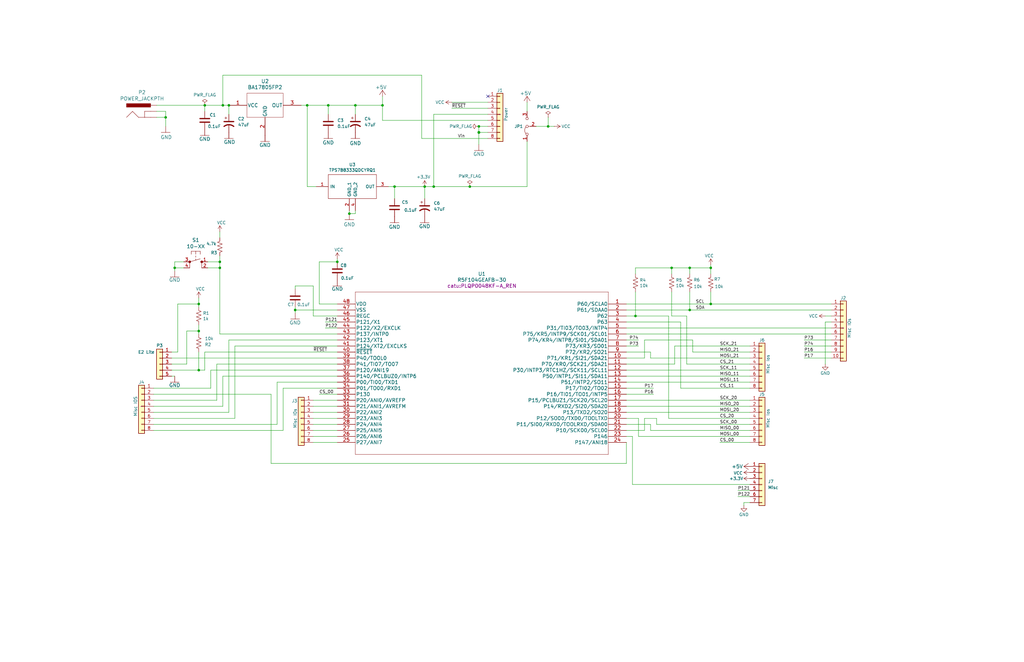
<source format=kicad_sch>
(kicad_sch (version 20231120) (generator "eeschema") (generator_version "8.0")
  (paper "B")
  (title_block (date "2025-01-18"))
  (lib_symbols
    (symbol "Connector_Generic:Conn_01x05" (pin_names (offset 1.016) hide)
      (property "Reference" "J" (at 0 7.62 0))
      (property "Value" "Conn_01x05" (at 0 -7.62 0))
      (symbol "Conn_01x05_1_1"
        (rectangle (start -1.27 -4.953) (end 0 -5.207) (stroke (width 0.1524)))
        (rectangle (start -1.27 -2.413) (end 0 -2.667) (stroke (width 0.1524)))
        (rectangle (start -1.27 0.127) (end 0 -0.127) (stroke (width 0.1524)))
        (rectangle (start -1.27 2.667) (end 0 2.413) (stroke (width 0.1524)))
        (rectangle (start -1.27 5.207) (end 0 4.953) (stroke (width 0.1524)))
        (rectangle (start -1.27 6.35) (end 1.27 -6.35) (stroke (width 0.254)) (fill (type background)))
        (pin passive line (at -5.08 5.08 0) (length 3.81) (name "Pin_1") (number "1"))
        (pin passive line (at -5.08 2.54 0) (length 3.81) (name "Pin_2") (number "2"))
        (pin passive line (at -5.08 0 0) (length 3.81) (name "Pin_3") (number "3"))
        (pin passive line (at -5.08 -2.54 0) (length 3.81) (name "Pin_4") (number "4"))
        (pin passive line (at -5.08 -5.08 0) (length 3.81) (name "Pin_5") (number "5"))
      )
    )
    (symbol "Connector_Generic:Conn_01x07" (pin_names (offset 1.016) hide)
      (property "Reference" "J" (at 0 10.16 0))
      (property "Value" "Conn_01x07" (at 0 -10.16 0))
      (symbol "Conn_01x07_1_1"
        (rectangle (start -1.27 -7.493) (end 0 -7.747) (stroke (width 0.1524)))
        (rectangle (start -1.27 -4.953) (end 0 -5.207) (stroke (width 0.1524)))
        (rectangle (start -1.27 -2.413) (end 0 -2.667) (stroke (width 0.1524)))
        (rectangle (start -1.27 0.127) (end 0 -0.127) (stroke (width 0.1524)))
        (rectangle (start -1.27 2.667) (end 0 2.413) (stroke (width 0.1524)))
        (rectangle (start -1.27 5.207) (end 0 4.953) (stroke (width 0.1524)))
        (rectangle (start -1.27 7.747) (end 0 7.493) (stroke (width 0.1524)))
        (rectangle (start -1.27 8.89) (end 1.27 -8.89) (stroke (width 0.254)) (fill (type background)))
        (pin passive line (at -5.08 7.62 0) (length 3.81) (name "Pin_1") (number "1"))
        (pin passive line (at -5.08 5.08 0) (length 3.81) (name "Pin_2") (number "2"))
        (pin passive line (at -5.08 2.54 0) (length 3.81) (name "Pin_3") (number "3"))
        (pin passive line (at -5.08 0 0) (length 3.81) (name "Pin_4") (number "4"))
        (pin passive line (at -5.08 -2.54 0) (length 3.81) (name "Pin_5") (number "5"))
        (pin passive line (at -5.08 -5.08 0) (length 3.81) (name "Pin_6") (number "6"))
        (pin passive line (at -5.08 -7.62 0) (length 3.81) (name "Pin_7") (number "7"))
      )
    )
    (symbol "Connector_Generic:Conn_01x08" (pin_names (offset 1.016) hide)
      (property "Reference" "J" (at 0 10.16 0))
      (property "Value" "Conn_01x08" (at 0 -12.7 0))
      (symbol "Conn_01x08_1_1"
        (rectangle (start -1.27 -10.033) (end 0 -10.287) (stroke (width 0.1524)))
        (rectangle (start -1.27 -7.493) (end 0 -7.747) (stroke (width 0.1524)))
        (rectangle (start -1.27 -4.953) (end 0 -5.207) (stroke (width 0.1524)))
        (rectangle (start -1.27 -2.413) (end 0 -2.667) (stroke (width 0.1524)))
        (rectangle (start -1.27 0.127) (end 0 -0.127) (stroke (width 0.1524)))
        (rectangle (start -1.27 2.667) (end 0 2.413) (stroke (width 0.1524)))
        (rectangle (start -1.27 5.207) (end 0 4.953) (stroke (width 0.1524)))
        (rectangle (start -1.27 7.747) (end 0 7.493) (stroke (width 0.1524)))
        (rectangle (start -1.27 8.89) (end 1.27 -11.43) (stroke (width 0.254)) (fill (type background)))
        (pin passive line (at -5.08 7.62 0) (length 3.81) (name "Pin_1") (number "1"))
        (pin passive line (at -5.08 5.08 0) (length 3.81) (name "Pin_2") (number "2"))
        (pin passive line (at -5.08 2.54 0) (length 3.81) (name "Pin_3") (number "3"))
        (pin passive line (at -5.08 0 0) (length 3.81) (name "Pin_4") (number "4"))
        (pin passive line (at -5.08 -2.54 0) (length 3.81) (name "Pin_5") (number "5"))
        (pin passive line (at -5.08 -5.08 0) (length 3.81) (name "Pin_6") (number "6"))
        (pin passive line (at -5.08 -7.62 0) (length 3.81) (name "Pin_7") (number "7"))
        (pin passive line (at -5.08 -10.16 0) (length 3.81) (name "Pin_8") (number "8"))
      )
    )
    (symbol "Connector_Generic:Conn_01x10" (pin_names (offset 1.016) hide)
      (property "Reference" "J" (at 0 12.7 0))
      (property "Value" "Conn_01x10" (at 0 -15.24 0))
      (symbol "Conn_01x10_1_1"
        (rectangle (start -1.27 -12.573) (end 0 -12.827) (stroke (width 0.1524)))
        (rectangle (start -1.27 -10.033) (end 0 -10.287) (stroke (width 0.1524)))
        (rectangle (start -1.27 -7.493) (end 0 -7.747) (stroke (width 0.1524)))
        (rectangle (start -1.27 -4.953) (end 0 -5.207) (stroke (width 0.1524)))
        (rectangle (start -1.27 -2.413) (end 0 -2.667) (stroke (width 0.1524)))
        (rectangle (start -1.27 0.127) (end 0 -0.127) (stroke (width 0.1524)))
        (rectangle (start -1.27 2.667) (end 0 2.413) (stroke (width 0.1524)))
        (rectangle (start -1.27 5.207) (end 0 4.953) (stroke (width 0.1524)))
        (rectangle (start -1.27 7.747) (end 0 7.493) (stroke (width 0.1524)))
        (rectangle (start -1.27 10.287) (end 0 10.033) (stroke (width 0.1524)))
        (rectangle (start -1.27 11.43) (end 1.27 -13.97) (stroke (width 0.254)) (fill (type background)))
        (pin passive line (at -5.08 10.16 0) (length 3.81) (name "Pin_1") (number "1"))
        (pin passive line (at -5.08 -12.7 0) (length 3.81) (name "Pin_10") (number "10"))
        (pin passive line (at -5.08 7.62 0) (length 3.81) (name "Pin_2") (number "2"))
        (pin passive line (at -5.08 5.08 0) (length 3.81) (name "Pin_3") (number "3"))
        (pin passive line (at -5.08 2.54 0) (length 3.81) (name "Pin_4") (number "4"))
        (pin passive line (at -5.08 0 0) (length 3.81) (name "Pin_5") (number "5"))
        (pin passive line (at -5.08 -2.54 0) (length 3.81) (name "Pin_6") (number "6"))
        (pin passive line (at -5.08 -5.08 0) (length 3.81) (name "Pin_7") (number "7"))
        (pin passive line (at -5.08 -7.62 0) (length 3.81) (name "Pin_8") (number "8"))
        (pin passive line (at -5.08 -10.16 0) (length 3.81) (name "Pin_9") (number "9"))
      )
    )
    (symbol "Device:C" (pin_numbers hide) (pin_names (offset 0.254))
      (property "Reference" "C" (at 0.635 2.54 0))
      (property "Value" "C" (at 0.635 -2.54 0))
      (symbol "C_0_1"
        (polyline (pts (xy -2.032 -0.762) (xy 2.032 -0.762)) (stroke (width 0.508)))
        (polyline (pts (xy -2.032 0.762) (xy 2.032 0.762)) (stroke (width 0.508)))
      )
      (symbol "C_1_1"
        (pin passive line (at 0 3.81 270) (length 2.794) (name "~") (number "1"))
        (pin passive line (at 0 -3.81 90) (length 2.794) (name "~") (number "2"))
      )
    )
    (symbol "Device:C_Polarized_US" (pin_numbers hide) (pin_names (offset 0.254) hide)
      (property "Reference" "C" (at 0.635 2.54 0))
      (property "Value" "C_Polarized_US" (at 0.635 -2.54 0))
      (symbol "C_Polarized_US_0_1"
        (polyline (pts (xy -2.032 0.762) (xy 2.032 0.762)) (stroke (width 0.508)))
        (polyline (pts (xy -1.778 2.286) (xy -0.762 2.286)))
        (polyline (pts (xy -1.27 1.778) (xy -1.27 2.794)))
        (arc (start 2.032 -1.27) (mid 0 -0.5572) (end -2.032 -1.27) (stroke (width 0.508)))
      )
      (symbol "C_Polarized_US_1_1"
        (pin passive line (at 0 3.81 270) (length 2.794) (name "~") (number "1"))
        (pin passive line (at 0 -3.81 90) (length 3.302) (name "~") (number "2"))
      )
    )
    (symbol "Device:R_US" (pin_numbers hide) (pin_names (offset 0))
      (property "Reference" "R" (at 2.54 0 90))
      (property "Value" "R_US" (at -2.54 0 90))
      (symbol "R_US_0_1"
        (polyline (pts (xy 0 -2.286) (xy 0 -2.54)))
        (polyline (pts (xy 0 2.286) (xy 0 2.54)))
        (polyline (pts (xy 0 -0.762) (xy 1.016 -1.143) (xy 0 -1.524) (xy -1.016 -1.905) (xy 0 -2.286)))
        (polyline (pts (xy 0 0.762) (xy 1.016 0.381) (xy 0 0) (xy -1.016 -0.381) (xy 0 -0.762)))
        (polyline (pts (xy 0 2.286) (xy 1.016 1.905) (xy 0 1.524) (xy -1.016 1.143) (xy 0 0.762)))
      )
      (symbol "R_US_1_1"
        (pin passive line (at 0 3.81 270) (length 1.27) (name "~") (number "1"))
        (pin passive line (at 0 -3.81 90) (length 1.27) (name "~") (number "2"))
      )
    )
    (symbol "Jumper:Jumper_3_Bridged12" (pin_names (offset 0) hide) (exclude_from_sim yes) (in_bom no)
      (property "Reference" "JP" (at -2.54 -2.54 0))
      (property "Value" "Jumper_3_Bridged12" (at 0 2.794 0))
      (symbol "Jumper_3_Bridged12_0_0"
        (circle (center -3.302 0) (radius 0.508))
        (circle (center 0 0) (radius 0.508))
        (circle (center 3.302 0) (radius 0.508))
      )
      (symbol "Jumper_3_Bridged12_0_1"
        (arc (start -0.254 0.508) (mid -1.651 0.9912) (end -3.048 0.508))
        (polyline (pts (xy 0 -1.27) (xy 0 -0.508)))
      )
      (symbol "Jumper_3_Bridged12_1_1"
        (pin passive line (at -6.35 0 0) (length 2.54) (name "A") (number "1"))
        (pin passive line (at 0 -3.81 90) (length 2.54) (name "C") (number "2"))
        (pin passive line (at 6.35 0 180) (length 2.54) (name "B") (number "3"))
      )
    )
    (symbol "catu:+5V" (power) (pin_names (offset 1.016))
      (property "Value" "+5V" (at -2.54 -5.08 90))
      (symbol "+5V_1_0"
        (polyline (pts (xy 0 0) (xy -1.27 -1.905)))
        (polyline (pts (xy 1.27 -1.905) (xy 0 0)))
        (pin power_in line (at 0 -2.54 90) (length 2.54) (name "+5V") (number "1"))
      )
    )
    (symbol "catu:10-XX" (pin_names (offset 1.016))
      (property "Reference" "S" (at -6.35 -2.54 90))
      (property "Value" "10-XX" (at -3.81 3.175 90))
      (symbol "10-XX_1_0"
        (circle (center 0 -2.54) (radius 0.127) (stroke (width 0.4064)))
        (polyline (pts (xy -4.445 -1.905) (xy -3.175 -1.905)))
        (polyline (pts (xy -4.445 0) (xy -4.445 -1.905)))
        (polyline (pts (xy -4.445 0) (xy -3.175 0)))
        (polyline (pts (xy -4.445 1.905) (xy -4.445 0)))
        (polyline (pts (xy -4.445 1.905) (xy -3.175 1.905)))
        (polyline (pts (xy -2.54 0) (xy -1.905 0)))
        (polyline (pts (xy -1.27 0) (xy -0.635 0)))
        (polyline (pts (xy 0 -2.54) (xy -1.27 1.905)))
        (polyline (pts (xy 0 1.905) (xy 0 2.54)))
        (polyline (pts (xy 2.54 -2.54) (xy 0 -2.54)))
        (polyline (pts (xy 2.54 2.54) (xy 0 2.54)))
        (circle (center 0 2.54) (radius 0.127) (stroke (width 0.4064)))
        (pin passive line (at 0 5.08 270) (length 2.54) (name "S") (number "1"))
        (pin passive line (at 2.54 5.08 270) (length 2.54) (name "S1") (number "2"))
        (pin passive line (at 0 -5.08 90) (length 2.54) (name "P") (number "3"))
        (pin passive line (at 2.54 -5.08 90) (length 2.54) (name "P1") (number "4"))
      )
    )
    (symbol "catu:BA17805FP2" (pin_names (offset 0.254))
      (property "Reference" "U" (at 13.97 11.43 0))
      (property "Value" "BA17805FP2" (at 13.97 8.89 0))
      (symbol "BA17805FP2_1_1"
        (polyline (pts (xy 7.62 -5.08) (xy 22.86 -5.08)) (stroke (width 0.127)))
        (polyline (pts (xy 7.62 5.08) (xy 7.62 -5.08)) (stroke (width 0.127)))
        (polyline (pts (xy 22.86 -5.08) (xy 22.86 5.08)) (stroke (width 0.127)))
        (polyline (pts (xy 22.86 5.08) (xy 7.62 5.08)) (stroke (width 0.127)))
        (pin power_in line (at 0 0 0) (length 7.62) (name "VCC") (number "1"))
        (pin power_in line (at 15.24 -12.7 90) (length 7.62) (name "GND") (number "2"))
        (pin power_out line (at 30.48 0 180) (length 7.62) (name "OUT") (number "3"))
      )
    )
    (symbol "catu:GND" (power) (pin_names (offset 1.016))
      (property "Value" "GND" (at -2.54 -2.54 0))
      (symbol "GND_1_0"
        (polyline (pts (xy -1.905 0) (xy 1.905 0)))
        (pin power_in line (at 0 2.54 270) (length 2.54) (name "GND") (number "1"))
      )
    )
    (symbol "catu:POWER_JACKPTH" (pin_names (offset 1.016))
      (property "Reference" "J" (at -10.16 0 0))
      (property "Value" "POWER_JACKPTH" (at -10.16 10.16 0))
      (symbol "POWER_JACKPTH_1_0"
        (rectangle (start -10.16 6.858) (end 0 8.382) (fill (type outline)))
        (polyline (pts (xy -10.16 2.54) (xy -7.62 5.08)))
        (polyline (pts (xy -7.62 5.08) (xy -5.08 2.54)))
        (polyline (pts (xy -5.08 2.54) (xy -2.54 2.54)))
        (polyline (pts (xy -2.54 2.54) (xy -2.54 5.08)))
        (polyline (pts (xy -2.54 2.54) (xy 0 2.54)))
        (polyline (pts (xy -2.54 5.08) (xy 0 5.08)))
        (pin passive line (at 2.54 2.54 180) (length 2.54) (name "GND") (number "GND"))
        (pin passive line (at 2.54 5.08 180) (length 2.54) (name "GNDBREAK") (number "GNDBREAK"))
        (pin passive line (at 2.54 7.62 180) (length 2.54) (name "PWR") (number "PWR"))
      )
    )
    (symbol "catu:R5F104GEAFB-30" (pin_names (offset 0.254))
      (property "Reference" "U" (at 60.96 10.16 0))
      (property "Value" "R5F104GEAFB-30" (at 60.96 7.62 0))
      (property "Footprint" "catu:PLQP0048KF-A_REN" (at 60.96 6.096 0))
      (symbol "R5F104GEAFB-30_1_1"
        (polyline (pts (xy 7.62 -63.5) (xy 114.3 -63.5)) (stroke (width 0.127)))
        (polyline (pts (xy 7.62 5.08) (xy 7.62 -63.5)) (stroke (width 0.127)))
        (polyline (pts (xy 114.3 -63.5) (xy 114.3 5.08)) (stroke (width 0.127)))
        (polyline (pts (xy 114.3 5.08) (xy 7.62 5.08)) (stroke (width 0.127)))
        (pin passive line (at 0 0 0) (length 7.62) (name "P60/SCLA0") (number "1"))
        (pin passive line (at 0 -22.86 0) (length 7.62) (name "P71/KR1/SI21/SDA21") (number "10"))
        (pin passive line (at 0 -25.4 0) (length 7.62) (name "P70/KR0/SCK21/SDA21") (number "11"))
        (pin passive line (at 0 -27.94 0) (length 7.62) (name "P30/INTP3/RTC1HZ/SCK11/SCL11") (number "12"))
        (pin passive line (at 0 -30.48 0) (length 7.62) (name "P50/INTP1/SI11/SDA11") (number "13"))
        (pin passive line (at 0 -33.02 0) (length 7.62) (name "P51/INTP2/SO11") (number "14"))
        (pin passive line (at 0 -35.56 0) (length 7.62) (name "P17/TI02/TO02") (number "15"))
        (pin passive line (at 0 -38.1 0) (length 7.62) (name "P16/TI01/TO01/INTP5") (number "16"))
        (pin passive line (at 0 -40.64 0) (length 7.62) (name "P15/PCLBUZ1/SCK20/SCL20") (number "17"))
        (pin passive line (at 0 -43.18 0) (length 7.62) (name "P14/RXD2/SI20/SDA20") (number "18"))
        (pin passive line (at 0 -45.72 0) (length 7.62) (name "P13/TXD2/SO20") (number "19"))
        (pin passive line (at 0 -2.54 0) (length 7.62) (name "P61/SDAA0") (number "2"))
        (pin passive line (at 0 -48.26 0) (length 7.62) (name "P12/SO00/TXD0/TOOLTXD") (number "20"))
        (pin passive line (at 0 -50.8 0) (length 7.62) (name "P11/SI00/RXD0/TOOLRXD/SDA00") (number "21"))
        (pin passive line (at 0 -53.34 0) (length 7.62) (name "P10/SCK00/SCL00") (number "22"))
        (pin passive line (at 0 -55.88 0) (length 7.62) (name "P146") (number "23"))
        (pin passive line (at 0 -58.42 0) (length 7.62) (name "P147/ANI18") (number "24"))
        (pin passive line (at 121.92 -58.42 180) (length 7.62) (name "P27/ANI7") (number "25"))
        (pin passive line (at 121.92 -55.88 180) (length 7.62) (name "P26/ANI6") (number "26"))
        (pin passive line (at 121.92 -53.34 180) (length 7.62) (name "P25/ANI5") (number "27"))
        (pin passive line (at 121.92 -50.8 180) (length 7.62) (name "P24/ANI4") (number "28"))
        (pin passive line (at 121.92 -48.26 180) (length 7.62) (name "P23/ANI3") (number "29"))
        (pin passive line (at 0 -5.08 0) (length 7.62) (name "P62") (number "3"))
        (pin passive line (at 121.92 -45.72 180) (length 7.62) (name "P22/ANI2") (number "30"))
        (pin passive line (at 121.92 -43.18 180) (length 7.62) (name "P21/ANI1/AVREFM") (number "31"))
        (pin passive line (at 121.92 -40.64 180) (length 7.62) (name "P20/ANI0/AVREFP") (number "32"))
        (pin passive line (at 121.92 -38.1 180) (length 7.62) (name "P130") (number "33"))
        (pin passive line (at 121.92 -35.56 180) (length 7.62) (name "P01/TO00/RXD1") (number "34"))
        (pin passive line (at 121.92 -33.02 180) (length 7.62) (name "P00/TI00/TXD1") (number "35"))
        (pin passive line (at 121.92 -30.48 180) (length 7.62) (name "P140/PCLBUZ0/INTP6") (number "36"))
        (pin passive line (at 121.92 -27.94 180) (length 7.62) (name "P120/ANI19") (number "37"))
        (pin passive line (at 121.92 -25.4 180) (length 7.62) (name "P41/TI07/TO07") (number "38"))
        (pin passive line (at 121.92 -22.86 180) (length 7.62) (name "P40/TOOL0") (number "39"))
        (pin passive line (at 0 -7.62 0) (length 7.62) (name "P63") (number "4"))
        (pin input line (at 121.92 -20.32 180) (length 7.62) (name "~{RESET}") (number "40"))
        (pin passive line (at 121.92 -17.78 180) (length 7.62) (name "P124/XT2/EXCLKS") (number "41"))
        (pin passive line (at 121.92 -15.24 180) (length 7.62) (name "P123/XT1") (number "42"))
        (pin passive line (at 121.92 -12.7 180) (length 7.62) (name "P137/INTP0") (number "43"))
        (pin passive line (at 121.92 -10.16 180) (length 7.62) (name "P122/X2/EXCLK") (number "44"))
        (pin passive line (at 121.92 -7.62 180) (length 7.62) (name "P121/X1") (number "45"))
        (pin passive line (at 121.92 -5.08 180) (length 7.62) (name "REGC") (number "46"))
        (pin power_in line (at 121.92 -2.54 180) (length 7.62) (name "VSS") (number "47"))
        (pin power_in line (at 121.92 0 180) (length 7.62) (name "VDD") (number "48"))
        (pin passive line (at 0 -10.16 0) (length 7.62) (name "P31/TI03/TO03/INTP4") (number "5"))
        (pin passive line (at 0 -12.7 0) (length 7.62) (name "P75/KR5/INTP9/SCK01/SCL01") (number "6"))
        (pin passive line (at 0 -15.24 0) (length 7.62) (name "P74/KR4/INTP8/SI01/SDA01") (number "7"))
        (pin passive line (at 0 -17.78 0) (length 7.62) (name "P73/KR3/SO01") (number "8"))
        (pin passive line (at 0 -20.32 0) (length 7.62) (name "P72/KR2/SO21") (number "9"))
      )
    )
    (symbol "catu:TPS7B8333QDCYRQ1" (pin_names (offset 0.762))
      (property "Reference" "IC" (at 8.89 7.62 0))
      (property "Value" "TPS7B8333QDCYRQ1" (at 5.08 5.715 0))
      (symbol "TPS7B8333QDCYRQ1_0_0"
        (pin passive line (at 0 -2.54 0) (length 5.08) (name "IN") (number "1"))
        (pin passive line (at 13.97 -12.7 90) (length 5.08) (name "GND_1") (number "2"))
        (pin passive line (at 30.48 -2.54 180) (length 5.08) (name "OUT") (number "3"))
        (pin passive line (at 16.51 -12.7 90) (length 5.08) (name "GND_2") (number "4"))
      )
      (symbol "TPS7B8333QDCYRQ1_0_1"
        (polyline (pts (xy 5.08 2.54) (xy 25.4 2.54) (xy 25.4 -7.62) (xy 5.08 -7.62) (xy 5.08 2.54)) (stroke (width 0.1524)))
      )
    )
    (symbol "power:+3.3V" (power) (pin_numbers hide) (pin_names (offset 0) hide)
      (property "Value" "+3.3V" (at 0 3.556 0))
      (symbol "+3.3V_0_1"
        (polyline (pts (xy -0.762 1.27) (xy 0 2.54)))
        (polyline (pts (xy 0 0) (xy 0 2.54)))
        (polyline (pts (xy 0 2.54) (xy 0.762 1.27)))
      )
      (symbol "+3.3V_1_1"
        (pin power_in line (at 0 0 90) (length 0) (name "~") (number "1"))
      )
    )
    (symbol "power:GND" (power) (pin_numbers hide) (pin_names (offset 0) hide)
      (property "Value" "GND" (at 0 -3.81 0))
      (symbol "GND_0_1"
        (polyline (pts (xy 0 0) (xy 0 -1.27) (xy 1.27 -1.27) (xy 0 -2.54) (xy -1.27 -1.27) (xy 0 -1.27)))
      )
      (symbol "GND_1_1"
        (pin power_in line (at 0 0 270) (length 0) (name "~") (number "1"))
      )
    )
    (symbol "power:PWR_FLAG" (power) (pin_numbers hide) (pin_names (offset 0) hide)
      (property "Value" "PWR_FLAG" (at 0 3.81 0))
      (symbol "PWR_FLAG_0_0"
        (pin power_out line (at 0 0 90) (length 0) (name "~") (number "1"))
      )
      (symbol "PWR_FLAG_0_1"
        (polyline (pts (xy 0 0) (xy 0 1.27) (xy -1.016 1.905) (xy 0 2.54) (xy 1.016 1.905) (xy 0 1.27)))
      )
    )
    (symbol "power:VCC" (power) (pin_numbers hide) (pin_names (offset 0) hide)
      (property "Value" "VCC" (at 0 3.556 0))
      (symbol "VCC_0_1"
        (polyline (pts (xy -0.762 1.27) (xy 0 2.54)))
        (polyline (pts (xy 0 0) (xy 0 2.54)))
        (polyline (pts (xy 0 2.54) (xy 0.762 1.27)))
      )
      (symbol "VCC_1_1"
        (pin power_in line (at 0 0 90) (length 0) (name "~") (number "1"))
      )
    )
  )
  (junction (at 83.82 156.21))
  (junction (at 290.83 130.81))
  (junction (at 86.36 44.45))
  (junction (at 147.32 90.17))
  (junction (at 198.12 78.74))
  (junction (at 179.07 78.74))
  (junction (at 201.93 55.88) (diameter 1.016))
  (junction (at 267.97 133.35))
  (junction (at 201.93 53.34))
  (junction (at 166.37 78.74))
  (junction (at 73.66 113.03))
  (junction (at 283.21 113.03))
  (junction (at 299.72 113.03))
  (junction (at 83.82 128.27))
  (junction (at 93.98 44.45))
  (junction (at 231.14 53.34))
  (junction (at 138.43 44.45))
  (junction (at 129.54 44.45))
  (junction (at 149.86 44.45))
  (junction (at 96.52 44.45))
  (junction (at 142.24 110.49))
  (junction (at 290.83 113.03))
  (junction (at 92.71 110.49))
  (junction (at 299.72 128.27))
  (junction (at 124.46 130.81))
  (junction (at 92.71 113.03))
  (junction (at 182.88 78.74))
  (junction (at 69.85 49.53))
  (junction (at 83.82 139.7))
  (junction (at 161.29 44.45))
  (no_connect (at 205.74 40.64))
  (wire (pts (xy 274.32 179.07) (xy 274.32 181.61)))
  (wire (pts (xy 66.04 44.45) (xy 86.36 44.45)))
  (wire (pts (xy 289.56 133.35) (xy 289.56 153.67)))
  (wire (pts (xy 190.5 45.72) (xy 205.74 45.72)))
  (wire (pts (xy 96.52 143.51) (xy 142.24 143.51)))
  (wire (pts (xy 73.66 110.49) (xy 77.47 110.49)))
  (wire (pts (xy 264.16 171.45) (xy 316.23 171.45)))
  (wire (pts (xy 289.56 153.67) (xy 316.23 153.67)))
  (wire (pts (xy 124.46 129.54) (xy 124.46 130.81)))
  (wire (pts (xy 73.66 158.75) (xy 72.39 158.75)))
  (wire (pts (xy 132.08 181.61) (xy 142.24 181.61)))
  (wire (pts (xy 266.7 204.47) (xy 316.23 204.47)))
  (wire (pts (xy 93.98 158.75) (xy 142.24 158.75)))
  (wire (pts (xy 264.16 153.67) (xy 284.48 153.67)))
  (wire (pts (xy 69.85 49.53) (xy 69.85 53.34)))
  (wire (pts (xy 124.46 130.81) (xy 124.46 132.08)))
  (wire (pts (xy 283.21 133.35) (xy 289.56 133.35)))
  (wire (pts (xy 198.12 78.74) (xy 222.25 78.74)))
  (wire (pts (xy 116.84 161.29) (xy 142.24 161.29)))
  (wire (pts (xy 83.82 156.21) (xy 86.36 156.21)))
  (wire (pts (xy 222.25 43.18) (xy 222.25 46.99)))
  (wire (pts (xy 281.94 133.35) (xy 281.94 176.53)))
  (wire (pts (xy 274.32 181.61) (xy 316.23 181.61)))
  (wire (pts (xy 283.21 113.03) (xy 290.83 113.03)))
  (wire (pts (xy 264.16 176.53) (xy 269.24 176.53)))
  (wire (pts (xy 69.85 46.99) (xy 69.85 49.53)))
  (wire (pts (xy 264.16 168.91) (xy 316.23 168.91)))
  (wire (pts (xy 284.48 153.67) (xy 284.48 146.05)))
  (wire (pts (xy 78.74 153.67) (xy 78.74 139.7)))
  (wire (pts (xy 177.8 31.75) (xy 177.8 58.42)))
  (wire (pts (xy 287.02 163.83) (xy 316.23 163.83)))
  (wire (pts (xy 284.48 146.05) (xy 316.23 146.05)))
  (wire (pts (xy 129.54 78.74) (xy 129.54 44.45)))
  (wire (pts (xy 64.77 168.91) (xy 91.44 168.91)))
  (wire (pts (xy 134.62 110.49) (xy 134.62 128.27)))
  (wire (pts (xy 64.77 171.45) (xy 93.98 171.45)))
  (wire (pts (xy 64.77 181.61) (xy 119.38 181.61)))
  (wire (pts (xy 64.77 176.53) (xy 99.06 176.53)))
  (wire (pts (xy 179.07 83.82) (xy 179.07 78.74)))
  (wire (pts (xy 74.93 128.27) (xy 74.93 148.59)))
  (wire (pts (xy 264.16 128.27) (xy 299.72 128.27)))
  (wire (pts (xy 299.72 113.03) (xy 290.83 113.03)))
  (wire (pts (xy 182.88 48.26) (xy 205.74 48.26)))
  (wire (pts (xy 142.24 110.49) (xy 134.62 110.49)))
  (wire (pts (xy 292.1 148.59) (xy 316.23 148.59)))
  (wire (pts (xy 114.3 195.58) (xy 264.16 195.58)))
  (wire (pts (xy 134.62 166.37) (xy 142.24 166.37)))
  (wire (pts (xy 138.43 44.45) (xy 149.86 44.45)))
  (wire (pts (xy 276.86 176.53) (xy 276.86 179.07)))
  (wire (pts (xy 274.32 151.13) (xy 316.23 151.13)))
  (wire (pts (xy 66.04 49.53) (xy 69.85 49.53)))
  (wire (pts (xy 91.44 168.91) (xy 91.44 153.67)))
  (wire (pts (xy 161.29 50.8) (xy 205.74 50.8)))
  (wire (pts (xy 124.46 130.81) (xy 142.24 130.81)))
  (wire (pts (xy 92.71 107.95) (xy 92.71 110.49)))
  (wire (pts (xy 299.72 123.19) (xy 299.72 128.27)))
  (wire (pts (xy 132.08 184.15) (xy 142.24 184.15)))
  (wire (pts (xy 299.72 113.03) (xy 299.72 115.57)))
  (wire (pts (xy 64.77 163.83) (xy 88.9 163.83)))
  (wire (pts (xy 179.07 78.74) (xy 182.88 78.74)))
  (wire (pts (xy 92.71 113.03) (xy 92.71 140.97)))
  (wire (pts (xy 132.08 133.35) (xy 142.24 133.35)))
  (wire (pts (xy 88.9 156.21) (xy 88.9 163.83)))
  (wire (pts (xy 91.44 153.67) (xy 142.24 153.67)))
  (wire (pts (xy 267.97 113.03) (xy 283.21 113.03)))
  (wire (pts (xy 132.08 176.53) (xy 142.24 176.53)))
  (wire (pts (xy 264.16 181.61) (xy 271.78 181.61)))
  (wire (pts (xy 231.14 49.53) (xy 231.14 53.34)))
  (wire (pts (xy 116.84 179.07) (xy 116.84 161.29)))
  (wire (pts (xy 182.88 78.74) (xy 198.12 78.74)))
  (wire (pts (xy 267.97 133.35) (xy 281.94 133.35)))
  (wire (pts (xy 201.93 53.34) (xy 201.93 55.88)))
  (wire (pts (xy 350.52 148.59) (xy 339.09 148.59)))
  (wire (pts (xy 134.62 128.27) (xy 142.24 128.27)))
  (wire (pts (xy 87.63 110.49) (xy 92.71 110.49)))
  (wire (pts (xy 271.78 151.13) (xy 271.78 143.51)))
  (wire (pts (xy 124.46 121.92) (xy 124.46 120.65)))
  (wire (pts (xy 72.39 151.13) (xy 142.24 151.13)))
  (wire (pts (xy 83.82 128.27) (xy 83.82 129.54)))
  (wire (pts (xy 267.97 115.57) (xy 267.97 113.03)))
  (wire (pts (xy 64.77 179.07) (xy 116.84 179.07)))
  (wire (pts (xy 182.88 48.26) (xy 182.88 78.74)))
  (wire (pts (xy 299.72 111.76) (xy 299.72 113.03)))
  (wire (pts (xy 149.86 90.17) (xy 149.86 88.9)))
  (wire (pts (xy 205.74 55.88) (xy 201.93 55.88)))
  (wire (pts (xy 177.8 58.42) (xy 205.74 58.42)))
  (wire (pts (xy 347.98 135.89) (xy 347.98 153.67)))
  (wire (pts (xy 299.72 128.27) (xy 350.52 128.27)))
  (wire (pts (xy 64.77 166.37) (xy 114.3 166.37)))
  (wire (pts (xy 127 44.45) (xy 129.54 44.45)))
  (wire (pts (xy 72.39 156.21) (xy 83.82 156.21)))
  (wire (pts (xy 161.29 50.8) (xy 161.29 44.45)))
  (wire (pts (xy 264.16 161.29) (xy 316.23 161.29)))
  (wire (pts (xy 350.52 133.35) (xy 347.98 133.35)))
  (wire (pts (xy 132.08 179.07) (xy 142.24 179.07)))
  (wire (pts (xy 264.16 151.13) (xy 271.78 151.13)))
  (wire (pts (xy 87.63 113.03) (xy 92.71 113.03)))
  (wire (pts (xy 99.06 146.05) (xy 142.24 146.05)))
  (wire (pts (xy 290.83 130.81) (xy 350.52 130.81)))
  (wire (pts (xy 66.04 46.99) (xy 69.85 46.99)))
  (wire (pts (xy 83.82 125.73) (xy 83.82 128.27)))
  (wire (pts (xy 132.08 168.91) (xy 142.24 168.91)))
  (wire (pts (xy 64.77 173.99) (xy 96.52 173.99)))
  (wire (pts (xy 149.86 48.26) (xy 149.86 44.45)))
  (wire (pts (xy 137.16 138.43) (xy 142.24 138.43)))
  (wire (pts (xy 119.38 181.61) (xy 119.38 163.83)))
  (wire (pts (xy 276.86 179.07) (xy 316.23 179.07)))
  (wire (pts (xy 96.52 173.99) (xy 96.52 143.51)))
  (wire (pts (xy 201.93 55.88) (xy 201.93 60.96)))
  (wire (pts (xy 133.35 78.74) (xy 129.54 78.74)))
  (wire (pts (xy 264.16 158.75) (xy 316.23 158.75)))
  (wire (pts (xy 231.14 53.34) (xy 226.06 53.34)))
  (wire (pts (xy 132.08 120.65) (xy 132.08 133.35)))
  (wire (pts (xy 93.98 171.45) (xy 93.98 158.75)))
  (wire (pts (xy 86.36 148.59) (xy 86.36 156.21)))
  (wire (pts (xy 313.69 212.09) (xy 316.23 212.09)))
  (wire (pts (xy 264.16 148.59) (xy 274.32 148.59)))
  (wire (pts (xy 264.16 179.07) (xy 274.32 179.07)))
  (wire (pts (xy 138.43 48.26) (xy 138.43 44.45)))
  (wire (pts (xy 264.16 166.37) (xy 275.59 166.37)))
  (wire (pts (xy 303.53 186.69) (xy 316.23 186.69)))
  (wire (pts (xy 287.02 135.89) (xy 287.02 163.83)))
  (wire (pts (xy 78.74 139.7) (xy 83.82 139.7)))
  (wire (pts (xy 163.83 78.74) (xy 166.37 78.74)))
  (wire (pts (xy 73.66 113.03) (xy 73.66 114.3)))
  (wire (pts (xy 73.66 110.49) (xy 73.66 113.03)))
  (wire (pts (xy 83.82 139.7) (xy 83.82 140.97)))
  (wire (pts (xy 86.36 44.45) (xy 93.98 44.45)))
  (wire (pts (xy 166.37 83.82) (xy 166.37 78.74)))
  (wire (pts (xy 161.29 40.64) (xy 161.29 44.45)))
  (wire (pts (xy 266.7 184.15) (xy 266.7 204.47)))
  (wire (pts (xy 350.52 146.05) (xy 339.09 146.05)))
  (wire (pts (xy 311.15 207.01) (xy 316.23 207.01)))
  (wire (pts (xy 86.36 44.45) (xy 86.36 46.99)))
  (wire (pts (xy 311.15 209.55) (xy 316.23 209.55)))
  (wire (pts (xy 264.16 130.81) (xy 290.83 130.81)))
  (wire (pts (xy 99.06 176.53) (xy 99.06 146.05)))
  (wire (pts (xy 281.94 176.53) (xy 316.23 176.53)))
  (wire (pts (xy 92.71 140.97) (xy 142.24 140.97)))
  (wire (pts (xy 290.83 123.19) (xy 290.83 130.81)))
  (wire (pts (xy 264.16 156.21) (xy 316.23 156.21)))
  (wire (pts (xy 350.52 135.89) (xy 347.98 135.89)))
  (wire (pts (xy 92.71 97.79) (xy 92.71 100.33)))
  (wire (pts (xy 264.16 135.89) (xy 287.02 135.89)))
  (wire (pts (xy 313.69 213.36) (xy 313.69 212.09)))
  (wire (pts (xy 264.16 140.97) (xy 350.52 140.97)))
  (wire (pts (xy 132.08 173.99) (xy 142.24 173.99)))
  (wire (pts (xy 114.3 166.37) (xy 114.3 195.58)))
  (wire (pts (xy 149.86 44.45) (xy 161.29 44.45)))
  (wire (pts (xy 264.16 163.83) (xy 275.59 163.83)))
  (wire (pts (xy 147.32 88.9) (xy 147.32 90.17)))
  (wire (pts (xy 350.52 143.51) (xy 339.09 143.51)))
  (wire (pts (xy 264.16 146.05) (xy 269.24 146.05)))
  (wire (pts (xy 92.71 113.03) (xy 92.71 110.49)))
  (wire (pts (xy 147.32 90.17) (xy 149.86 90.17)))
  (wire (pts (xy 93.98 44.45) (xy 96.52 44.45)))
  (wire (pts (xy 264.16 184.15) (xy 266.7 184.15)))
  (wire (pts (xy 166.37 78.74) (xy 179.07 78.74)))
  (wire (pts (xy 83.82 156.21) (xy 83.82 148.59)))
  (wire (pts (xy 73.66 113.03) (xy 77.47 113.03)))
  (wire (pts (xy 93.98 44.45) (xy 93.98 31.75)))
  (wire (pts (xy 74.93 128.27) (xy 83.82 128.27)))
  (wire (pts (xy 350.52 151.13) (xy 339.09 151.13)))
  (wire (pts (xy 88.9 156.21) (xy 142.24 156.21)))
  (wire (pts (xy 86.36 148.59) (xy 142.24 148.59)))
  (wire (pts (xy 290.83 113.03) (xy 290.83 115.57)))
  (wire (pts (xy 267.97 133.35) (xy 264.16 133.35)))
  (wire (pts (xy 72.39 153.67) (xy 78.74 153.67)))
  (wire (pts (xy 74.93 148.59) (xy 72.39 148.59)))
  (wire (pts (xy 264.16 143.51) (xy 269.24 143.51)))
  (wire (pts (xy 93.98 31.75) (xy 177.8 31.75)))
  (wire (pts (xy 271.78 143.51) (xy 292.1 143.51)))
  (wire (pts (xy 274.32 148.59) (xy 274.32 151.13)))
  (wire (pts (xy 124.46 120.65) (xy 132.08 120.65)))
  (wire (pts (xy 271.78 176.53) (xy 276.86 176.53)))
  (wire (pts (xy 142.24 109.22) (xy 142.24 110.49)))
  (wire (pts (xy 132.08 171.45) (xy 142.24 171.45)))
  (wire (pts (xy 205.74 53.34) (xy 201.93 53.34)))
  (wire (pts (xy 264.16 173.99) (xy 316.23 173.99)))
  (wire (pts (xy 83.82 137.16) (xy 83.82 139.7)))
  (wire (pts (xy 269.24 184.15) (xy 316.23 184.15)))
  (wire (pts (xy 264.16 195.58) (xy 264.16 186.69)))
  (wire (pts (xy 190.5 43.18) (xy 205.74 43.18)))
  (wire (pts (xy 129.54 44.45) (xy 138.43 44.45)))
  (wire (pts (xy 233.68 53.34) (xy 231.14 53.34)))
  (wire (pts (xy 96.52 44.45) (xy 96.52 48.26)))
  (wire (pts (xy 283.21 123.19) (xy 283.21 133.35)))
  (wire (pts (xy 283.21 115.57) (xy 283.21 113.03)))
  (wire (pts (xy 267.97 123.19) (xy 267.97 133.35)))
  (wire (pts (xy 292.1 143.51) (xy 292.1 148.59)))
  (wire (pts (xy 132.08 186.69) (xy 142.24 186.69)))
  (wire (pts (xy 269.24 176.53) (xy 269.24 184.15)))
  (wire (pts (xy 271.78 176.53) (xy 271.78 181.61)))
  (wire (pts (xy 137.16 135.89) (xy 142.24 135.89)))
  (wire (pts (xy 222.25 59.69) (xy 222.25 78.74)))
  (wire (pts (xy 264.16 138.43) (xy 350.52 138.43)))
  (wire (pts (xy 119.38 163.83) (xy 142.24 163.83)))
  (label "SCK_11" (at 303.53 156.21 0))
  (label "MOSI_21" (at 303.53 151.13 0))
  (label "MISO_00" (at 303.53 181.61 0))
  (label "CS_11" (at 303.53 163.83 0))
  (label "P16" (at 275.59 166.37 180))
  (label "P73" (at 269.24 146.05 180))
  (label "P122" (at 311.15 209.55 0))
  (label "P74" (at 269.24 143.51 180))
  (label "SCK_20" (at 303.53 168.91 0))
  (label "CS_21" (at 303.53 153.67 0))
  (label "SCK_00" (at 303.53 179.07 0))
  (label "CS_00" (at 134.62 166.37 0))
  (label "P17" (at 275.59 163.83 180))
  (label "~{RESET}" (at 190.5 45.72 0))
  (label "P121" (at 137.16 135.89 0))
  (label "SCK_21" (at 303.53 146.05 0))
  (label "MOSI_00" (at 303.53 184.15 0))
  (label "~{RESET}" (at 132.08 148.59 0))
  (label "SDA" (at 293.37 130.81 0))
  (label "MISO_11" (at 303.53 158.75 0))
  (label "P17" (at 339.09 151.13 0))
  (label "Vin" (at 193.04 58.42 0))
  (label "MOSI_11" (at 303.53 161.29 0))
  (label "CS_00" (at 303.53 186.69 0))
  (label "CS_20" (at 303.53 176.53 0))
  (label "SCL" (at 293.37 128.27 0))
  (label "MISO_20" (at 303.53 171.45 0))
  (label "P121" (at 311.15 207.01 0))
  (label "P73" (at 339.09 143.51 0))
  (label "MOSI_20" (at 303.53 173.99 0))
  (label "P122" (at 137.16 138.43 0))
  (label "MISO_21" (at 303.53 148.59 0))
  (label "P16" (at 339.09 148.59 0))
  (label "P74" (at 339.09 146.05 0))
  (symbol (lib_id "Connector_Generic:Conn_01x10") (at 355.6 138.43 0) (unit 1)
    (property "Reference" "J2" (at 355.6 125.73 0))
    (property "Value" "Misc IOs" (at 358.14 138.43 90))
    (property "Footprint" "Connector_PinSocket_2.54mm:PinSocket_1x10_P2.54mm_Vertical" (effects (hide yes)))
    (property "Datasheet" "~" (at 355.6 138.43 0))
    (property "Description" "Generic connector, single row, 01x10, script generated (kicad-library-utils/schlib/autogen/connector/)" (effects (hide yes)))
  )
  (symbol (lib_id "power:GND") (at 347.98 153.67 0) (mirror y) (unit 1)
    (property "Reference" "#PWR02" (effects (hide yes)))
    (property "Value" "GND" (at 347.98 157.48 0))
    (property "Description" "Power symbol creates a global label with name \"GND\" , ground" (effects (hide yes)))
  )
  (symbol (lib_id "Connector_Generic:Conn_01x08") (at 127 176.53 0) (mirror y) (unit 1)
    (property "Reference" "J3" (at 124.206 169.164 0))
    (property "Value" "Misc IOs" (at 124.46 176.53 90))
    (property "Footprint" "Connector_PinSocket_2.54mm:PinSocket_1x08_P2.54mm_Vertical" (effects (hide yes)))
    (property "Datasheet" "~" (at 127 176.53 0))
    (property "Description" "Generic connector, single row, 01x08, script generated (kicad-library-utils/schlib/autogen/connector/)" (effects (hide yes)))
  )
  (symbol (lib_id "Connector_Generic:Conn_01x08") (at 59.69 171.45 0) (mirror y) (unit 1)
    (property "Reference" "J4" (at 59.69 161.29 0))
    (property "Value" "Misc IOS" (at 57.15 171.45 90))
    (property "Footprint" "Connector_PinSocket_2.54mm:PinSocket_1x08_P2.54mm_Vertical" (effects (hide yes)))
    (property "Datasheet" "~" (at 59.69 171.45 0))
    (property "Description" "Generic connector, single row, 01x08, script generated (kicad-library-utils/schlib/autogen/connector/)" (effects (hide yes)))
  )
  (symbol (lib_id "Device:C") (at 142.24 114.3 0) (unit 1)
    (property "Reference" "C8" (at 143.51 112.014 0) (effects (justify left)))
    (property "Value" "0.1uF" (at 143.764 117.348 0) (effects (justify left)))
    (property "Footprint" "Capacitor_SMD:C_0805_2012Metric_Pad1.18x1.45mm_HandSolder" (effects (hide yes)))
    (property "Description" "Unpolarized capacitor" (effects (hide yes)))
  )
  (symbol (lib_id "catu:GND") (at 138.43 58.42 0) (unit 1)
    (property "Reference" "#GND015" (effects (hide yes)))
    (property "Value" "GND" (at 138.43 60.198 0) (effects (font (size 1.4986 1.4986))))
  )
  (symbol (lib_id "Device:R_US") (at 290.83 119.38 0) (mirror y) (unit 1)
    (property "Reference" "R6" (at 295.148 118.11 0) (effects (justify left)))
    (property "Value" "10k" (at 296.164 120.904 0) (effects (justify left)))
    (property "Footprint" "Resistor_SMD:R_0805_2012Metric" (effects (hide yes)))
    (property "Description" "Resistor, US symbol" (effects (hide yes)))
  )
  (symbol (lib_id "power:VCC") (at 142.24 109.22 0) (unit 1)
    (property "Reference" "#PWR01" (effects (hide yes)))
    (property "Value" "VCC" (at 140.97 105.41 0) (effects (justify left)))
    (property "Description" "Power symbol creates a global label with name \"VCC\"" (effects (hide yes)))
  )
  (symbol (lib_id "Device:R_US") (at 299.72 119.38 0) (mirror y) (unit 1)
    (property "Reference" "R7" (at 303.784 117.856 0) (effects (justify left)))
    (property "Value" "10k" (at 305.054 120.904 0) (effects (justify left)))
    (property "Footprint" "Resistor_SMD:R_0805_2012Metric" (effects (hide yes)))
    (property "Description" "Resistor, US symbol" (effects (hide yes)))
  )
  (symbol (lib_id "Device:C_Polarized_US") (at 149.86 52.07 0) (unit 1)
    (property "Reference" "C4" (at 153.67 50.1649 0) (effects (justify left)))
    (property "Value" "47uF" (at 153.67 52.7049 0) (effects (justify left)))
    (property "Footprint" "Capacitor_THT:CP_Radial_D6.3mm_P2.50mm" (effects (hide yes)))
    (property "Description" "Polarized capacitor, US symbol" (effects (hide yes)))
  )
  (symbol (lib_id "power:VCC") (at 233.68 53.34 270) (unit 1)
    (property "Reference" "#PWR07" (effects (hide yes)))
    (property "Value" "VCC" (at 236.728 53.34 90) (effects (justify left)))
    (property "Description" "Power symbol creates a global label with name \"VCC\"" (effects (hide yes)))
  )
  (symbol (lib_id "Connector_Generic:Conn_01x08") (at 210.82 48.26 0) (unit 1)
    (property "Reference" "J1" (at 210.82 38.1 0))
    (property "Value" "Power" (at 213.36 48.26 90))
    (property "Footprint" "Connector_PinSocket_2.54mm:PinSocket_1x08_P2.54mm_Vertical" (effects (hide yes)))
    (property "Datasheet" "~" (at 210.82 48.26 0))
    (property "Description" "Generic connector, single row, 01x08, script generated (kicad-library-utils/schlib/autogen/connector/)" (effects (hide yes)))
  )
  (symbol (lib_id "Device:R_US") (at 92.71 104.14 0) (mirror x) (unit 1)
    (property "Reference" "R3" (at 88.9 106.68 0) (effects (justify left)))
    (property "Value" "4.7k" (at 86.995 102.87 0) (effects (justify left)))
    (property "Footprint" "Resistor_SMD:R_0805_2012Metric_Pad1.20x1.40mm_HandSolder" (effects (hide yes)))
    (property "Description" "Resistor, US symbol" (effects (hide yes)))
  )
  (symbol (lib_id "power:VCC") (at 347.98 133.35 90) (mirror x) (unit 1)
    (property "Reference" "#PWR08" (effects (hide yes)))
    (property "Value" "VCC" (at 344.932 133.35 90) (effects (justify left)))
    (property "Description" "Power symbol creates a global label with name \"VCC\"" (effects (hide yes)))
  )
  (symbol (lib_id "power:VCC") (at 190.5 43.18 90) (unit 1)
    (property "Reference" "#PWR06" (effects (hide yes)))
    (property "Value" "VCC" (at 187.452 43.18 90) (effects (justify left)))
    (property "Description" "Power symbol creates a global label with name \"VCC\"" (effects (hide yes)))
  )
  (symbol (lib_id "catu:TPS7B8333QDCYRQ1") (at 133.35 76.2 0) (unit 1)
    (property "Reference" "U3" (at 148.59 69.469 0))
    (property "Value" "TPS7B8333QDCYRQ1" (at 148.59 71.7804 0))
    (property "Footprint" "catu:SOT230P700X180-4N" (effects (hide yes)))
  )
  (symbol (lib_id "catu:GND") (at 142.24 120.65 0) (mirror y) (unit 1)
    (property "Reference" "#GND04" (effects (hide yes)))
    (property "Value" "GND" (at 142.24 121.92 0) (effects (font (size 1.4986 1.4986))))
  )
  (symbol (lib_id "catu:GND") (at 86.36 57.15 0) (unit 1)
    (property "Reference" "#GND012" (effects (hide yes)))
    (property "Value" "GND" (at 86.36 58.674 0) (effects (font (size 1.4986 1.4986))))
  )
  (symbol (lib_id "catu:+5V") (at 313.69 196.85 90) (unit 1)
    (property "Reference" "#P+03" (effects (hide yes)))
    (property "Value" "+5V" (at 310.896 196.85 90) (effects (font (size 1.4986 1.4986))))
  )
  (symbol (lib_id "Device:C") (at 124.46 125.73 0) (mirror y) (unit 1)
    (property "Reference" "C7" (at 123.952 128.524 0) (effects (justify left)))
    (property "Value" "0.1uF" (at 130.81 128.524 0) (effects (justify left)))
    (property "Footprint" "Capacitor_SMD:C_0805_2012Metric_Pad1.18x1.45mm_HandSolder" (effects (hide yes)))
    (property "Description" "Unpolarized capacitor" (effects (hide yes)))
  )
  (symbol (lib_id "catu:GND") (at 179.07 93.98 0) (unit 1)
    (property "Reference" "#GND019" (effects (hide yes)))
    (property "Value" "GND" (at 179.07 95.504 0) (effects (font (size 1.4986 1.4986))))
  )
  (symbol (lib_id "catu:GND") (at 96.52 58.42 0) (unit 1)
    (property "Reference" "#GND013" (effects (hide yes)))
    (property "Value" "GND" (at 96.774 59.944 0) (effects (font (size 1.4986 1.4986))))
  )
  (symbol (lib_id "Device:R_US") (at 283.21 119.38 0) (unit 1)
    (property "Reference" "R5" (at 284.9372 118.2116 0) (effects (justify left)))
    (property "Value" "10k" (at 284.9372 120.523 0) (effects (justify left)))
    (property "Footprint" "Resistor_SMD:R_0805_2012Metric" (effects (hide yes)))
    (property "Description" "Resistor, US symbol" (effects (hide yes)))
  )
  (symbol (lib_id "Connector_Generic:Conn_01x05") (at 67.31 153.67 0) (mirror y) (unit 1)
    (property "Reference" "P3" (at 67.31 145.796 0))
    (property "Value" "E2 Lite" (at 61.722 148.59 0))
    (property "Footprint" "Connector_PinHeader_2.54mm:PinHeader_1x05_P2.54mm_Vertical" (effects (hide yes)))
    (property "Description" "Generic connector, single row, 01x05, script generated (kicad-library-utils/schlib/autogen/connector/)" (effects (hide yes)))
  )
  (symbol (lib_id "catu:GND") (at 69.85 55.88 0) (unit 1)
    (property "Reference" "#GND05" (effects (hide yes)))
    (property "Value" "GND" (at 70.104 57.912 0) (effects (font (size 1.4986 1.4986))))
  )
  (symbol (lib_id "Connector_Generic:Conn_01x08") (at 321.31 176.53 0) (unit 1)
    (property "Reference" "J5" (at 321.31 166.37 0))
    (property "Value" "Misc Ios" (at 323.85 176.53 90))
    (property "Footprint" "Connector_PinSocket_2.54mm:PinSocket_1x08_P2.54mm_Vertical" (effects (hide yes)))
    (property "Datasheet" "~" (at 321.31 176.53 0))
    (property "Description" "Generic connector, single row, 01x08, script generated (kicad-library-utils/schlib/autogen/connector/)" (effects (hide yes)))
  )
  (symbol (lib_id "Device:C_Polarized_US") (at 96.52 52.07 0) (unit 1)
    (property "Reference" "C2" (at 100.33 50.1649 0) (effects (justify left)))
    (property "Value" "47uF" (at 100.33 52.7049 0) (effects (justify left)))
    (property "Footprint" "Capacitor_THT:CP_Radial_D6.3mm_P2.50mm" (effects (hide yes)))
    (property "Description" "Polarized capacitor, US symbol" (effects (hide yes)))
  )
  (symbol (lib_id "Device:R_US") (at 83.82 133.35 0) (unit 1)
    (property "Reference" "R1" (at 85.5472 132.1816 0) (effects (justify left)))
    (property "Value" "1k" (at 85.5472 134.493 0) (effects (justify left)))
    (property "Footprint" "Resistor_SMD:R_0805_2012Metric" (effects (hide yes)))
    (property "Description" "Resistor, US symbol" (effects (hide yes)))
  )
  (symbol (lib_id "catu:GND") (at 73.66 116.84 0) (unit 1)
    (property "Reference" "#GND03" (effects (hide yes)))
    (property "Value" "GND" (at 73.66 118.11 0) (effects (font (size 1.4986 1.4986))))
  )
  (symbol (lib_id "catu:GND") (at 149.86 58.42 0) (unit 1)
    (property "Reference" "#GND017" (effects (hide yes)))
    (property "Value" "GND" (at 149.86 60.452 0) (effects (font (size 1.4986 1.4986))))
  )
  (symbol (lib_id "Connector_Generic:Conn_01x08") (at 321.31 153.67 0) (unit 1)
    (property "Reference" "J6" (at 321.31 143.51 0))
    (property "Value" "Misc Ios" (at 323.85 153.67 90))
    (property "Footprint" "Connector_PinSocket_2.54mm:PinSocket_1x08_P2.54mm_Vertical" (effects (hide yes)))
    (property "Datasheet" "~" (at 321.31 153.67 0))
    (property "Description" "Generic connector, single row, 01x08, script generated (kicad-library-utils/schlib/autogen/connector/)" (effects (hide yes)))
  )
  (symbol (lib_id "Device:C") (at 166.37 87.63 0) (unit 1)
    (property "Reference" "C5" (at 169.418 85.344 0) (effects (justify left)))
    (property "Value" "0.1uF" (at 170.434 88.646 0) (effects (justify left)))
    (property "Footprint" "Capacitor_SMD:C_0805_2012Metric_Pad1.18x1.45mm_HandSolder" (effects (hide yes)))
    (property "Description" "Unpolarized capacitor" (effects (hide yes)))
  )
  (symbol (lib_id "power:GND") (at 313.69 213.36 0) (mirror y) (unit 1)
    (property "Reference" "#PWR04" (effects (hide yes)))
    (property "Value" "GND" (at 313.69 217.17 0))
    (property "Description" "Power symbol creates a global label with name \"GND\" , ground" (effects (hide yes)))
  )
  (symbol (lib_id "catu:R5F104GEAFB-30") (at 264.16 128.27 0) (mirror y) (unit 1)
    (property "Reference" "U1" (at 203.2 115.57 0) (effects (font (size 1.524 1.524))))
    (property "Value" "R5F104GEAFB-30" (at 203.2 118.11 0) (effects (font (size 1.524 1.524))))
    (property "Footprint" "catu:PLQP0048KF-A_REN" (at 203.2 120.65 0) (effects (font (size 1.524 1.524))))
  )
  (symbol (lib_id "Device:C_Polarized_US") (at 179.07 87.63 0) (unit 1)
    (property "Reference" "C6" (at 182.88 85.7249 0) (effects (justify left)))
    (property "Value" "47uF" (at 182.88 88.2649 0) (effects (justify left)))
    (property "Footprint" "Capacitor_THT:CP_Radial_D6.3mm_P2.50mm" (effects (hide yes)))
    (property "Description" "Polarized capacitor, US symbol" (effects (hide yes)))
  )
  (symbol (lib_id "power:+3.3V") (at 179.07 78.74 0) (unit 1)
    (property "Reference" "#PWR05" (effects (hide yes)))
    (property "Value" "+3.3V" (at 178.562 74.676 0))
    (property "Description" "Power symbol creates a global label with name \"+3.3V\"" (effects (hide yes)))
  )
  (symbol (lib_id "power:PWR_FLAG") (at 198.12 78.74 0) (unit 1)
    (property "Reference" "#FLG05" (effects (hide yes)))
    (property "Value" "PWR_FLAG" (at 198.12 74.3458 0))
    (property "Description" "Special symbol for telling ERC where power comes from" (effects (hide yes)))
  )
  (symbol (lib_id "Device:R_US") (at 83.82 144.78 0) (unit 1)
    (property "Reference" "R2" (at 86.36 145.415 0) (effects (justify left)))
    (property "Value" "10k" (at 86.36 142.875 0) (effects (justify left)))
    (property "Footprint" "Resistor_SMD:R_0805_2012Metric" (effects (hide yes)))
    (property "Description" "Resistor, US symbol" (effects (hide yes)))
  )
  (symbol (lib_id "catu:GND") (at 147.32 92.71 0) (unit 1)
    (property "Reference" "#GND016" (effects (hide yes)))
    (property "Value" "GND" (at 147.32 94.742 0) (effects (font (size 1.4986 1.4986))))
  )
  (symbol (lib_id "catu:BA17805FP2") (at 96.52 44.45 0) (unit 1)
    (property "Reference" "U2" (at 111.76 34.29 0) (effects (font (size 1.524 1.524))))
    (property "Value" "BA17805FP2" (at 111.76 36.83 0) (effects (font (size 1.524 1.524))))
    (property "Footprint" "catu:BA17805FP" (effects (hide yes)))
  )
  (symbol (lib_id "Connector_Generic:Conn_01x07") (at 321.31 204.47 0) (unit 1)
    (property "Reference" "J7" (at 323.85 203.1999 0) (effects (justify left)))
    (property "Value" "Misc" (at 323.85 205.7399 0) (effects (justify left)))
    (property "Footprint" "Connector_PinSocket_2.54mm:PinSocket_1x07_P2.54mm_Vertical" (effects (hide yes)))
    (property "Description" "Generic connector, single row, 01x07, script generated (kicad-library-utils/schlib/autogen/connector/)" (effects (hide yes)))
  )
  (symbol (lib_id "power:+3.3V") (at 316.23 201.93 90) (unit 1)
    (property "Reference" "#PWR012" (effects (hide yes)))
    (property "Value" "+3.3V" (at 313.436 201.93 90) (effects (justify left)))
    (property "Description" "Power symbol creates a global label with name \"+3.3V\"" (effects (hide yes)))
  )
  (symbol (lib_id "power:PWR_FLAG") (at 86.36 44.45 0) (unit 1)
    (property "Reference" "#FLG01" (effects (hide yes)))
    (property "Value" "PWR_FLAG" (at 86.36 40.0558 0))
    (property "Description" "Special symbol for telling ERC where power comes from" (effects (hide yes)))
  )
  (symbol (lib_id "power:PWR_FLAG") (at 231.14 49.53 0) (unit 1)
    (property "Reference" "#FLG03" (effects (hide yes)))
    (property "Value" "PWR_FLAG" (at 231.14 45.1358 0))
    (property "Description" "Special symbol for telling ERC where power comes from" (effects (hide yes)))
  )
  (symbol (lib_id "Jumper:Jumper_3_Bridged12") (at 222.25 53.34 90) (unit 1)
    (property "Reference" "JP1" (at 220.5482 53.34 90) (effects (justify left)))
    (property "Value" "Jumper_3_Bridged12" (effects (hide yes)))
    (property "Footprint" "Connector_PinSocket_2.54mm:PinSocket_1x03_P2.54mm_Vertical" (effects (hide yes)))
    (property "Description" "Jumper, 3-pole, pins 1+2 closed/bridged" (effects (hide yes)))
  )
  (symbol (lib_id "catu:GND") (at 201.93 63.5 0) (unit 1)
    (property "Reference" "#GND020" (effects (hide yes)))
    (property "Value" "GND" (at 201.93 65.024 0) (effects (font (size 1.4986 1.4986))))
  )
  (symbol (lib_id "Device:R_US") (at 267.97 119.38 0) (unit 1)
    (property "Reference" "R4" (at 269.6972 118.2116 0) (effects (justify left)))
    (property "Value" "10k" (at 269.6972 120.523 0) (effects (justify left)))
    (property "Footprint" "Resistor_SMD:R_0805_2012Metric" (effects (hide yes)))
    (property "Description" "Resistor, US symbol" (effects (hide yes)))
  )
  (symbol (lib_id "Device:C") (at 138.43 52.07 0) (unit 1)
    (property "Reference" "C3" (at 142.24 50.7999 0) (effects (justify left)))
    (property "Value" "0.1uF" (at 142.24 53.3399 0) (effects (justify left)))
    (property "Footprint" "Capacitor_SMD:C_0805_2012Metric_Pad1.18x1.45mm_HandSolder" (effects (hide yes)))
    (property "Description" "Unpolarized capacitor" (effects (hide yes)))
  )
  (symbol (lib_id "power:VCC") (at 83.82 125.73 0) (unit 1)
    (property "Reference" "#PWR011" (effects (hide yes)))
    (property "Value" "VCC" (at 82.55 121.92 0) (effects (justify left)))
    (property "Description" "Power symbol creates a global label with name \"VCC\"" (effects (hide yes)))
  )
  (symbol (lib_id "power:VCC") (at 92.71 97.79 0) (unit 1)
    (property "Reference" "#PWR03" (effects (hide yes)))
    (property "Value" "VCC" (at 91.44 93.98 0) (effects (justify left)))
    (property "Description" "Power symbol creates a global label with name \"VCC\"" (effects (hide yes)))
  )
  (symbol (lib_id "power:VCC") (at 299.72 111.76 0) (mirror y) (unit 1)
    (property "Reference" "#PWR010" (effects (hide yes)))
    (property "Value" "VCC" (at 300.99 107.95 0) (effects (justify left)))
    (property "Description" "Power symbol creates a global label with name \"VCC\"" (effects (hide yes)))
  )
  (symbol (lib_id "catu:GND") (at 111.76 59.69 0) (unit 1)
    (property "Reference" "#GND014" (effects (hide yes)))
    (property "Value" "GND" (at 111.76 61.214 0) (effects (font (size 1.4986 1.4986))))
  )
  (symbol (lib_id "power:VCC") (at 316.23 199.39 90) (unit 1)
    (property "Reference" "#PWR09" (effects (hide yes)))
    (property "Value" "VCC" (at 313.182 199.644 90) (effects (justify left)))
    (property "Description" "Power symbol creates a global label with name \"VCC\"" (effects (hide yes)))
  )
  (symbol (lib_id "catu:+5V") (at 222.25 40.64 0) (unit 1)
    (property "Reference" "#P+02" (effects (hide yes)))
    (property "Value" "+5V" (at 221.615 39.37 0) (effects (font (size 1.4986 1.4986))))
  )
  (symbol (lib_id "catu:10-XX") (at 82.55 110.49 270) (unit 1)
    (property "Reference" "S1" (at 82.55 101.3206 90) (effects (font (size 1.4986 1.4986))))
    (property "Value" "10-XX" (at 82.55 103.9876 90) (effects (font (size 1.4986 1.4986))))
    (property "Footprint" "catu:B3F-10XX" (effects (hide yes)))
  )
  (symbol (lib_id "Device:C") (at 86.36 50.8 0) (unit 1)
    (property "Reference" "C1" (at 88.392 48.514 0) (effects (justify left)))
    (property "Value" "0.1uF" (at 87.63 53.34 0) (effects (justify left)))
    (property "Footprint" "Capacitor_SMD:C_0805_2012Metric_Pad1.18x1.45mm_HandSolder" (effects (hide yes)))
    (property "Description" "Unpolarized capacitor" (effects (hide yes)))
  )
  (symbol (lib_id "catu:+5V") (at 161.29 38.1 0) (unit 1)
    (property "Reference" "#P+01" (effects (hide yes)))
    (property "Value" "+5V" (at 160.655 36.83 0) (effects (font (size 1.4986 1.4986))))
  )
  (symbol (lib_id "power:PWR_FLAG") (at 201.93 53.34 90) (unit 1)
    (property "Reference" "#FLG02" (effects (hide yes)))
    (property "Value" "PWR_FLAG" (at 194.31 53.34 90))
    (property "Description" "Special symbol for telling ERC where power comes from" (effects (hide yes)))
  )
  (symbol (lib_id "catu:GND") (at 73.66 161.29 0) (mirror y) (unit 1)
    (property "Reference" "#GND021" (effects (hide yes)))
    (property "Value" "GND" (at 73.66 162.56 0) (effects (font (size 1.4986 1.4986))))
  )
  (symbol (lib_id "catu:GND") (at 166.37 93.98 0) (unit 1)
    (property "Reference" "#GND018" (effects (hide yes)))
    (property "Value" "GND" (at 166.37 95.758 0) (effects (font (size 1.4986 1.4986))))
  )
  (symbol (lib_id "catu:POWER_JACKPTH") (at 63.5 52.07 0) (unit 1)
    (property "Reference" "P2" (at 59.8932 38.9636 0) (effects (font (size 1.4986 1.4986))))
    (property "Value" "POWER_JACKPTH" (at 59.8932 41.6306 0) (effects (font (size 1.4986 1.4986))))
    (property "Footprint" "catu:POWER_JACK_PTH" (effects (hide yes)))
  )
  (symbol (lib_id "catu:GND") (at 124.46 134.62 0) (unit 1)
    (property "Reference" "#GND01" (effects (hide yes)))
    (property "Value" "GND" (at 124.46 136.144 0) (effects (font (size 1.4986 1.4986))))
  )
)
</source>
